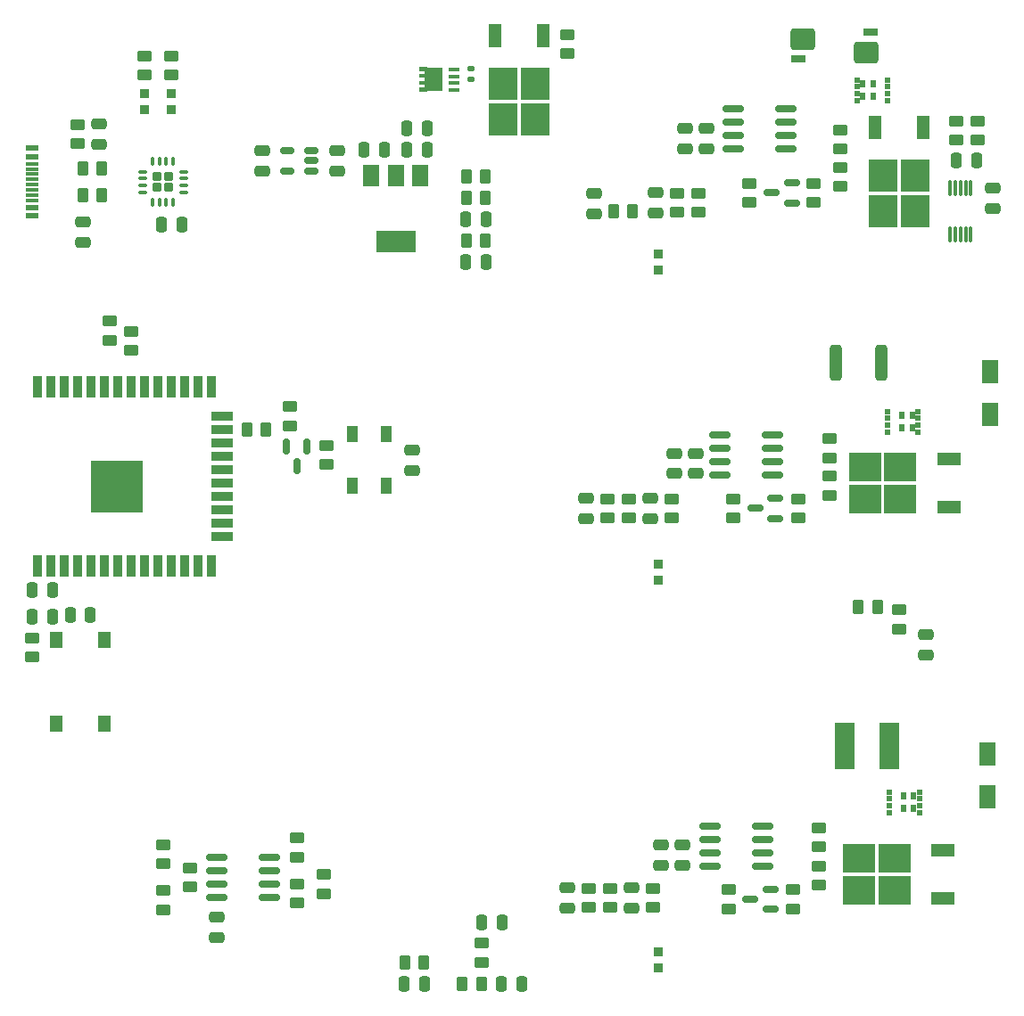
<source format=gtp>
%TF.GenerationSoftware,KiCad,Pcbnew,(6.0.0)*%
%TF.CreationDate,2022-03-08T01:27:21+02:00*%
%TF.ProjectId,CDH_ECU1.2,4344485f-4543-4553-912e-322e6b696361,1.2*%
%TF.SameCoordinates,Original*%
%TF.FileFunction,Paste,Top*%
%TF.FilePolarity,Positive*%
%FSLAX46Y46*%
G04 Gerber Fmt 4.6, Leading zero omitted, Abs format (unit mm)*
G04 Created by KiCad (PCBNEW (6.0.0)) date 2022-03-08 01:27:21*
%MOMM*%
%LPD*%
G01*
G04 APERTURE LIST*
G04 Aperture macros list*
%AMRoundRect*
0 Rectangle with rounded corners*
0 $1 Rounding radius*
0 $2 $3 $4 $5 $6 $7 $8 $9 X,Y pos of 4 corners*
0 Add a 4 corners polygon primitive as box body*
4,1,4,$2,$3,$4,$5,$6,$7,$8,$9,$2,$3,0*
0 Add four circle primitives for the rounded corners*
1,1,$1+$1,$2,$3*
1,1,$1+$1,$4,$5*
1,1,$1+$1,$6,$7*
1,1,$1+$1,$8,$9*
0 Add four rect primitives between the rounded corners*
20,1,$1+$1,$2,$3,$4,$5,0*
20,1,$1+$1,$4,$5,$6,$7,0*
20,1,$1+$1,$6,$7,$8,$9,0*
20,1,$1+$1,$8,$9,$2,$3,0*%
%AMFreePoly0*
4,1,21,1.372500,0.787500,0.862500,0.787500,0.862500,0.532500,1.372500,0.532500,1.372500,0.127500,0.862500,0.127500,0.862500,-0.127500,1.372500,-0.127500,1.372500,-0.532500,0.862500,-0.532500,0.862500,-0.787500,1.372500,-0.787500,1.372500,-1.195000,0.612500,-1.195000,0.612500,-1.117500,-0.862500,-1.117500,-0.862500,1.117500,0.612500,1.117500,0.612500,1.195000,1.372500,1.195000,
1.372500,0.787500,1.372500,0.787500,$1*%
G04 Aperture macros list end*
%ADD10RoundRect,0.250000X0.475000X-0.250000X0.475000X0.250000X-0.475000X0.250000X-0.475000X-0.250000X0*%
%ADD11RoundRect,0.243600X-0.901400X-0.771400X0.901400X-0.771400X0.901400X0.771400X-0.901400X0.771400X0*%
%ADD12RoundRect,0.091200X-0.608800X-0.288800X0.608800X-0.288800X0.608800X0.288800X-0.608800X0.288800X0*%
%ADD13RoundRect,0.190000X-0.510000X-0.190000X0.510000X-0.190000X0.510000X0.190000X-0.510000X0.190000X0*%
%ADD14RoundRect,0.250000X0.450000X-0.262500X0.450000X0.262500X-0.450000X0.262500X-0.450000X-0.262500X0*%
%ADD15R,0.630000X0.500000*%
%ADD16R,0.570000X0.738000*%
%ADD17RoundRect,0.150000X0.587500X0.150000X-0.587500X0.150000X-0.587500X-0.150000X0.587500X-0.150000X0*%
%ADD18RoundRect,0.250000X0.250000X0.475000X-0.250000X0.475000X-0.250000X-0.475000X0.250000X-0.475000X0*%
%ADD19RoundRect,0.250000X-0.450000X0.262500X-0.450000X-0.262500X0.450000X-0.262500X0.450000X0.262500X0*%
%ADD20RoundRect,0.250000X-0.250000X-0.475000X0.250000X-0.475000X0.250000X0.475000X-0.250000X0.475000X0*%
%ADD21R,3.050000X2.750000*%
%ADD22R,2.200000X1.200000*%
%ADD23R,2.750000X3.050000*%
%ADD24R,1.200000X2.200000*%
%ADD25RoundRect,0.250000X-0.262500X-0.450000X0.262500X-0.450000X0.262500X0.450000X-0.262500X0.450000X0*%
%ADD26R,1.600000X2.250000*%
%ADD27RoundRect,0.250000X-0.475000X0.250000X-0.475000X-0.250000X0.475000X-0.250000X0.475000X0.250000X0*%
%ADD28RoundRect,0.250000X0.262500X0.450000X-0.262500X0.450000X-0.262500X-0.450000X0.262500X-0.450000X0*%
%ADD29R,0.900000X2.000000*%
%ADD30R,2.000000X0.900000*%
%ADD31R,5.000000X5.000000*%
%ADD32RoundRect,0.250000X0.312500X1.450000X-0.312500X1.450000X-0.312500X-1.450000X0.312500X-1.450000X0*%
%ADD33R,0.950000X0.950000*%
%ADD34R,1.500000X2.000000*%
%ADD35R,3.800000X2.000000*%
%ADD36R,1.000000X1.500000*%
%ADD37R,0.990000X0.405000*%
%ADD38FreePoly0,180.000000*%
%ADD39RoundRect,0.150000X0.825000X0.150000X-0.825000X0.150000X-0.825000X-0.150000X0.825000X-0.150000X0*%
%ADD40RoundRect,0.075000X0.075000X-0.650000X0.075000X0.650000X-0.075000X0.650000X-0.075000X-0.650000X0*%
%ADD41R,1.300000X1.550000*%
%ADD42RoundRect,0.150000X0.512500X0.150000X-0.512500X0.150000X-0.512500X-0.150000X0.512500X-0.150000X0*%
%ADD43RoundRect,0.147500X0.172500X-0.147500X0.172500X0.147500X-0.172500X0.147500X-0.172500X-0.147500X0*%
%ADD44RoundRect,0.212500X-0.212500X0.212500X-0.212500X-0.212500X0.212500X-0.212500X0.212500X0.212500X0*%
%ADD45RoundRect,0.075000X-0.075000X0.350000X-0.075000X-0.350000X0.075000X-0.350000X0.075000X0.350000X0*%
%ADD46RoundRect,0.075000X-0.350000X0.075000X-0.350000X-0.075000X0.350000X-0.075000X0.350000X0.075000X0*%
%ADD47R,1.150000X0.600000*%
%ADD48R,1.150000X0.300000*%
%ADD49R,1.900000X4.440000*%
%ADD50RoundRect,0.150000X-0.150000X0.587500X-0.150000X-0.587500X0.150000X-0.587500X0.150000X0.587500X0*%
G04 APERTURE END LIST*
D10*
X177546000Y-63876000D03*
X177546000Y-61976000D03*
D11*
X191579000Y-47371000D03*
D12*
X191134000Y-49276000D03*
D13*
X197994000Y-46736000D03*
D11*
X197549000Y-48641000D03*
D10*
X177038000Y-92898000D03*
X177038000Y-90998000D03*
D14*
X194056000Y-87169000D03*
X194056000Y-85344000D03*
D15*
X199630000Y-82756000D03*
X199630000Y-83396000D03*
X199630000Y-84056000D03*
X199630000Y-84696000D03*
D16*
X200980000Y-83116000D03*
X201930000Y-83116000D03*
D15*
X202510000Y-82756000D03*
D16*
X201930000Y-84336000D03*
D15*
X202510000Y-84056000D03*
D16*
X200980000Y-84336000D03*
D15*
X202510000Y-83396000D03*
X202510000Y-84696000D03*
D10*
X154432000Y-88326000D03*
X154432000Y-86426000D03*
D17*
X190500000Y-62926000D03*
X190500000Y-61026000D03*
X188625000Y-61976000D03*
D18*
X155636000Y-137160000D03*
X153736000Y-137160000D03*
D14*
X195072000Y-57808500D03*
X195072000Y-55983500D03*
D19*
X179070000Y-91035500D03*
X179070000Y-92860500D03*
D20*
X159578000Y-68580000D03*
X161478000Y-68580000D03*
D21*
X197461000Y-88043000D03*
X200811000Y-91093000D03*
X200811000Y-88043000D03*
X197461000Y-91093000D03*
D22*
X205436000Y-91848000D03*
X205436000Y-87288000D03*
D23*
X166117000Y-51665000D03*
X163067000Y-55015000D03*
X163067000Y-51665000D03*
X166117000Y-55015000D03*
D24*
X166872000Y-47040000D03*
X162312000Y-47040000D03*
D25*
X153773500Y-135128000D03*
X155598500Y-135128000D03*
D19*
X161036000Y-133270000D03*
X161036000Y-135095000D03*
D25*
X123190000Y-59690000D03*
X125015000Y-59690000D03*
D19*
X181610000Y-62013500D03*
X181610000Y-63838500D03*
D21*
X196885000Y-128271000D03*
X200235000Y-125221000D03*
X196885000Y-125221000D03*
X200235000Y-128271000D03*
D22*
X204860000Y-129026000D03*
X204860000Y-124466000D03*
D26*
X209296000Y-78958000D03*
X209296000Y-83058000D03*
D10*
X123190000Y-66670000D03*
X123190000Y-64770000D03*
D14*
X143510000Y-129460000D03*
X143510000Y-127635000D03*
X172974000Y-92860500D03*
X172974000Y-91035500D03*
D27*
X181356000Y-86746000D03*
X181356000Y-88646000D03*
D14*
X190578500Y-130010500D03*
X190578500Y-128185500D03*
X127762000Y-76962000D03*
X127762000Y-75137000D03*
X208102200Y-56993800D03*
X208102200Y-55168800D03*
D19*
X193040000Y-125937000D03*
X193040000Y-127762000D03*
D28*
X175410500Y-63754000D03*
X173585500Y-63754000D03*
D10*
X140208000Y-59878000D03*
X140208000Y-57978000D03*
D20*
X162946000Y-137127000D03*
X164846000Y-137127000D03*
D26*
X209042000Y-115298000D03*
X209042000Y-119398000D03*
D29*
X118915000Y-97400000D03*
X120185000Y-97400000D03*
X121455000Y-97400000D03*
X122725000Y-97400000D03*
X123995000Y-97400000D03*
X125265000Y-97400000D03*
X126535000Y-97400000D03*
X127805000Y-97400000D03*
X129075000Y-97400000D03*
X130345000Y-97400000D03*
X131615000Y-97400000D03*
X132885000Y-97400000D03*
X134155000Y-97400000D03*
X135425000Y-97400000D03*
D30*
X136425000Y-94615000D03*
X136425000Y-93345000D03*
X136425000Y-92075000D03*
X136425000Y-90805000D03*
X136425000Y-89535000D03*
X136425000Y-88265000D03*
X136425000Y-86995000D03*
X136425000Y-85725000D03*
X136425000Y-84455000D03*
X136425000Y-83185000D03*
D29*
X135425000Y-80400000D03*
X134155000Y-80400000D03*
X132885000Y-80400000D03*
X131615000Y-80400000D03*
X130345000Y-80400000D03*
X129075000Y-80400000D03*
X127805000Y-80400000D03*
X126535000Y-80400000D03*
X125265000Y-80400000D03*
X123995000Y-80400000D03*
X122725000Y-80400000D03*
X121455000Y-80400000D03*
X120185000Y-80400000D03*
X118915000Y-80400000D03*
D31*
X126415000Y-89900000D03*
D32*
X198987500Y-78138000D03*
X194712500Y-78138000D03*
D19*
X175006000Y-91035500D03*
X175006000Y-92860500D03*
D20*
X122023500Y-102108000D03*
X123923500Y-102108000D03*
D27*
X169182750Y-128016000D03*
X169182750Y-129916000D03*
D14*
X133350000Y-127912500D03*
X133350000Y-126087500D03*
D15*
X199728000Y-118918000D03*
X199728000Y-119558000D03*
X199728000Y-120218000D03*
X199728000Y-120858000D03*
X202608000Y-119558000D03*
X202608000Y-118918000D03*
D16*
X202028000Y-120498000D03*
X201078000Y-119278000D03*
D15*
X202608000Y-120858000D03*
D16*
X201078000Y-120498000D03*
D15*
X202608000Y-120218000D03*
D16*
X202028000Y-119278000D03*
D14*
X129032000Y-50800000D03*
X129032000Y-48975000D03*
D28*
X161036000Y-137127000D03*
X159211000Y-137127000D03*
D33*
X131572000Y-54090000D03*
X131572000Y-52590000D03*
D20*
X118430000Y-99695000D03*
X120330000Y-99695000D03*
D33*
X177800000Y-98782000D03*
X177800000Y-97282000D03*
D14*
X191135000Y-92860500D03*
X191135000Y-91035500D03*
D25*
X159595500Y-60452000D03*
X161420500Y-60452000D03*
D14*
X206095600Y-56993800D03*
X206095600Y-55168800D03*
X193040000Y-124102500D03*
X193040000Y-122277500D03*
D19*
X142875000Y-82272500D03*
X142875000Y-84097500D03*
D27*
X180086000Y-123952000D03*
X180086000Y-125852000D03*
D10*
X171704000Y-63942000D03*
X171704000Y-62042000D03*
D34*
X155208000Y-60350000D03*
X152908000Y-60350000D03*
X150608000Y-60350000D03*
D35*
X152908000Y-66650000D03*
D19*
X118364000Y-104243500D03*
X118364000Y-106068500D03*
D36*
X151968000Y-84926000D03*
X148768000Y-84926000D03*
X148768000Y-89826000D03*
X151968000Y-89826000D03*
D18*
X161478000Y-64516000D03*
X159578000Y-64516000D03*
D14*
X122682000Y-57300500D03*
X122682000Y-55475500D03*
X171214750Y-129878500D03*
X171214750Y-128053500D03*
D19*
X195072000Y-59539500D03*
X195072000Y-61364500D03*
D37*
X158456500Y-52230000D03*
X158456500Y-51570000D03*
X158456500Y-50910000D03*
X158456500Y-50250000D03*
D38*
X156464000Y-51240000D03*
D23*
X202185000Y-60369000D03*
X199135000Y-60369000D03*
X199135000Y-63719000D03*
X202185000Y-63719000D03*
D24*
X202940000Y-55744000D03*
X198380000Y-55744000D03*
D39*
X188657000Y-88773000D03*
X188657000Y-87503000D03*
X188657000Y-86233000D03*
X188657000Y-84963000D03*
X183707000Y-84963000D03*
X183707000Y-86233000D03*
X183707000Y-87503000D03*
X183707000Y-88773000D03*
D27*
X147320000Y-57978000D03*
X147320000Y-59878000D03*
D14*
X184482500Y-130010500D03*
X184482500Y-128185500D03*
D40*
X205502000Y-65954000D03*
X206002000Y-65954000D03*
X206502000Y-65954000D03*
X207002000Y-65954000D03*
X207502000Y-65954000D03*
X207502000Y-61554000D03*
X207002000Y-61554000D03*
X206502000Y-61554000D03*
X206002000Y-61554000D03*
X205502000Y-61554000D03*
D27*
X124714000Y-55438000D03*
X124714000Y-57338000D03*
D20*
X149926000Y-57912000D03*
X151826000Y-57912000D03*
D25*
X159595500Y-62484000D03*
X161420500Y-62484000D03*
D14*
X131572000Y-50800000D03*
X131572000Y-48975000D03*
D28*
X198628000Y-101346000D03*
X196803000Y-101346000D03*
D10*
X209550000Y-63434000D03*
X209550000Y-61534000D03*
D20*
X118430000Y-102235000D03*
X120330000Y-102235000D03*
D18*
X208026000Y-58877200D03*
X206126000Y-58877200D03*
D14*
X146050000Y-128547500D03*
X146050000Y-126722500D03*
X200660000Y-103425000D03*
X200660000Y-101600000D03*
D41*
X125223500Y-104478000D03*
X125223500Y-112438000D03*
X120723500Y-112438000D03*
X120723500Y-104478000D03*
D14*
X186436000Y-62888500D03*
X186436000Y-61063500D03*
X192532000Y-62888500D03*
X192532000Y-61063500D03*
X184912000Y-92860500D03*
X184912000Y-91035500D03*
D28*
X125015000Y-62230000D03*
X123190000Y-62230000D03*
D19*
X173246750Y-128053500D03*
X173246750Y-129878500D03*
D27*
X180340000Y-55880000D03*
X180340000Y-57780000D03*
D42*
X144901500Y-59878000D03*
X144901500Y-58928000D03*
X144901500Y-57978000D03*
X142626500Y-57978000D03*
X142626500Y-59878000D03*
D39*
X187706000Y-125984000D03*
X187706000Y-124714000D03*
X187706000Y-123444000D03*
X187706000Y-122174000D03*
X182756000Y-122174000D03*
X182756000Y-123444000D03*
X182756000Y-124714000D03*
X182756000Y-125984000D03*
D17*
X188897500Y-92898000D03*
X188897500Y-90998000D03*
X187022500Y-91948000D03*
D19*
X177310750Y-128053500D03*
X177310750Y-129878500D03*
D27*
X178054000Y-123952000D03*
X178054000Y-125852000D03*
D39*
X189927000Y-57785000D03*
X189927000Y-56515000D03*
X189927000Y-55245000D03*
X189927000Y-53975000D03*
X184977000Y-53975000D03*
X184977000Y-55245000D03*
X184977000Y-56515000D03*
X184977000Y-57785000D03*
D33*
X177800000Y-135624000D03*
X177800000Y-134124000D03*
D27*
X179324000Y-86746000D03*
X179324000Y-88646000D03*
D18*
X132588000Y-65024000D03*
X130688000Y-65024000D03*
D10*
X203200000Y-105852000D03*
X203200000Y-103952000D03*
D19*
X169164000Y-46943000D03*
X169164000Y-48768000D03*
X143510000Y-123270000D03*
X143510000Y-125095000D03*
X130810000Y-128270000D03*
X130810000Y-130095000D03*
D27*
X135890000Y-130810000D03*
X135890000Y-132710000D03*
D20*
X161102000Y-131285000D03*
X163002000Y-131285000D03*
D43*
X160020000Y-51194000D03*
X160020000Y-50224000D03*
D19*
X130810000Y-123905000D03*
X130810000Y-125730000D03*
D33*
X129032000Y-54090000D03*
X129032000Y-52590000D03*
D44*
X131335000Y-60435000D03*
X130285000Y-61485000D03*
X130285000Y-60435000D03*
X131335000Y-61485000D03*
D45*
X131785000Y-59010000D03*
X131135000Y-59010000D03*
X130485000Y-59010000D03*
X129835000Y-59010000D03*
D46*
X128860000Y-59985000D03*
X128860000Y-60635000D03*
X128860000Y-61285000D03*
X128860000Y-61935000D03*
D45*
X129835000Y-62910000D03*
X130485000Y-62910000D03*
X131135000Y-62910000D03*
X131785000Y-62910000D03*
D46*
X132760000Y-61935000D03*
X132760000Y-61285000D03*
X132760000Y-60635000D03*
X132760000Y-59985000D03*
D19*
X194056000Y-88900000D03*
X194056000Y-90725000D03*
X146304000Y-85955500D03*
X146304000Y-87780500D03*
D27*
X182372000Y-55880000D03*
X182372000Y-57780000D03*
D18*
X155890000Y-55880000D03*
X153990000Y-55880000D03*
D47*
X118420000Y-57760000D03*
X118420000Y-58560000D03*
D48*
X118420000Y-59710000D03*
X118420000Y-60710000D03*
X118420000Y-61210000D03*
X118420000Y-62210000D03*
D47*
X118420000Y-64160000D03*
X118420000Y-63360000D03*
D48*
X118420000Y-62710000D03*
X118420000Y-61710000D03*
X118420000Y-60210000D03*
X118420000Y-59210000D03*
D14*
X125730000Y-75993000D03*
X125730000Y-74168000D03*
D39*
X140905000Y-128905000D03*
X140905000Y-127635000D03*
X140905000Y-126365000D03*
X140905000Y-125095000D03*
X135955000Y-125095000D03*
X135955000Y-126365000D03*
X135955000Y-127635000D03*
X135955000Y-128905000D03*
D15*
X199560000Y-53192000D03*
X199560000Y-52552000D03*
X199560000Y-51892000D03*
X199560000Y-51252000D03*
X196680000Y-51252000D03*
X196680000Y-51892000D03*
X196680000Y-53192000D03*
D16*
X197260000Y-51612000D03*
X198210000Y-52832000D03*
X198210000Y-51612000D03*
D15*
X196680000Y-52552000D03*
D16*
X197260000Y-52832000D03*
D27*
X170942000Y-90998000D03*
X170942000Y-92898000D03*
D19*
X179578000Y-62013500D03*
X179578000Y-63838500D03*
D10*
X175278750Y-129916000D03*
X175278750Y-128016000D03*
D18*
X155890000Y-57912000D03*
X153990000Y-57912000D03*
D28*
X161420500Y-66548000D03*
X159595500Y-66548000D03*
D49*
X199737000Y-114554000D03*
X195487000Y-114554000D03*
D28*
X140612500Y-84455000D03*
X138787500Y-84455000D03*
D17*
X188468000Y-130048000D03*
X188468000Y-128148000D03*
X186593000Y-129098000D03*
D33*
X177800000Y-69330000D03*
X177800000Y-67830000D03*
D50*
X144460000Y-86057500D03*
X142560000Y-86057500D03*
X143510000Y-87932500D03*
M02*

</source>
